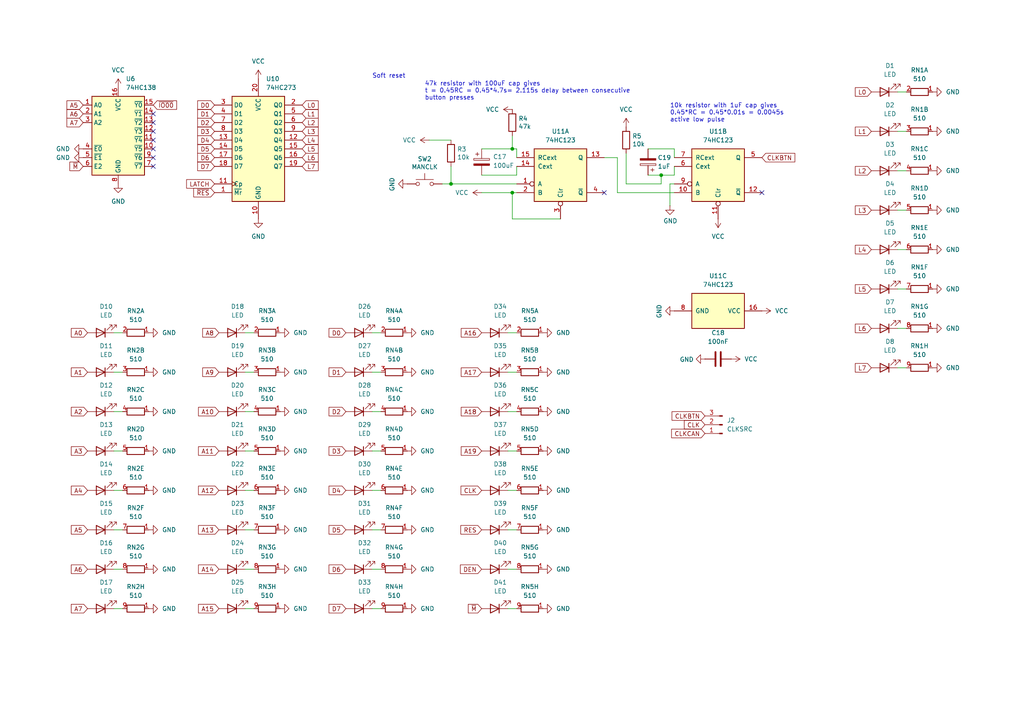
<source format=kicad_sch>
(kicad_sch (version 20250114) (generator "eeschema") (generator_version "9.0")
  (paper "A4")
  (lib_symbols
    (symbol "74xx:74HC123" (pin_names (offset 1.016))
      (property "Reference" "U" (at -7.62 8.89 0))
      (property "Value" "74HC123" (at -7.62 -8.89 0))
      (symbol "74HC123_1_0"
        (pin input line (at -12.7 5.08 0) (length 5.08) (name "RCext") (number "15"))
        (pin input line (at -12.7 2.54 0) (length 5.08) (name "Cext") (number "14"))
        (pin input inverted (at -12.7 -2.54 0) (length 5.08) (name "A") (number "1"))
        (pin input line (at -12.7 -5.08 0) (length 5.08) (name "B") (number "2"))
        (pin input inverted (at 0 -12.7 90) (length 5.08) (name "Clr") (number "3"))
        (pin output line (at 12.7 5.08 180) (length 5.08) (name "Q") (number "13"))
        (pin output line (at 12.7 -5.08 180) (length 5.08) (name "~{Q}") (number "4"))
      )
      (symbol "74HC123_2_0"
        (pin input line (at -12.7 5.08 0) (length 5.08) (name "RCext") (number "7"))
        (pin input line (at -12.7 2.54 0) (length 5.08) (name "Cext") (number "6"))
        (pin input inverted (at -12.7 -2.54 0) (length 5.08) (name "A") (number "9"))
        (pin input line (at -12.7 -5.08 0) (length 5.08) (name "B") (number "10"))
        (pin input inverted (at 0 -12.7 90) (length 5.08) (name "Clr") (number "11"))
        (pin output line (at 12.7 5.08 180) (length 5.08) (name "Q") (number "5"))
        (pin output line (at 12.7 -5.08 180) (length 5.08) (name "~{Q}") (number "12"))
      )
      (symbol "74HC123_3_0"
        (pin power_in line (at 0 12.7 270) (length 5.08) (name "VCC") (number "16"))
        (pin power_in line (at 0 -12.7 90) (length 5.08) (name "GND") (number "8"))
      )
    )
    (symbol "74xx:74HC138"
      (property "Reference" "U" (at -7.62 13.97 0))
      (property "Value" "74HC138" (at 2.54 -11.43 0))
      (symbol "74HC138_1_1"
        (pin input line (at -10.16 10.16 0) (length 2.54) (name "A0") (number "1"))
        (pin input line (at -10.16 7.62 0) (length 2.54) (name "A1") (number "2"))
        (pin input line (at -10.16 5.08 0) (length 2.54) (name "A2") (number "3"))
        (pin input line (at -10.16 -2.54 0) (length 2.54) (name "~{E0}") (number "4"))
        (pin input line (at -10.16 -5.08 0) (length 2.54) (name "~{E1}") (number "5"))
        (pin input line (at -10.16 -7.62 0) (length 2.54) (name "E2") (number "6"))
        (pin power_in line (at 0 15.24 270) (length 2.54) (name "VCC") (number "16"))
        (pin power_in line (at 0 -12.7 90) (length 2.54) (name "GND") (number "8"))
        (pin output line (at 10.16 10.16 180) (length 2.54) (name "~{Y0}") (number "15"))
        (pin output line (at 10.16 7.62 180) (length 2.54) (name "~{Y1}") (number "14"))
        (pin output line (at 10.16 5.08 180) (length 2.54) (name "~{Y2}") (number "13"))
        (pin output line (at 10.16 2.54 180) (length 2.54) (name "~{Y3}") (number "12"))
        (pin output line (at 10.16 0 180) (length 2.54) (name "~{Y4}") (number "11"))
        (pin output line (at 10.16 -2.54 180) (length 2.54) (name "~{Y5}") (number "10"))
        (pin output line (at 10.16 -5.08 180) (length 2.54) (name "~{Y6}") (number "9"))
        (pin output line (at 10.16 -7.62 180) (length 2.54) (name "~{Y7}") (number "7"))
      )
    )
    (symbol "74xx:74HC273"
      (property "Reference" "U" (at -7.62 16.51 0))
      (property "Value" "74HC273" (at -7.62 -16.51 0))
      (symbol "74HC273_1_0"
        (pin input line (at -12.7 12.7 0) (length 5.08) (name "D0") (number "3"))
        (pin input line (at -12.7 10.16 0) (length 5.08) (name "D1") (number "4"))
        (pin input line (at -12.7 7.62 0) (length 5.08) (name "D2") (number "7"))
        (pin input line (at -12.7 5.08 0) (length 5.08) (name "D3") (number "8"))
        (pin input line (at -12.7 2.54 0) (length 5.08) (name "D4") (number "13"))
        (pin input line (at -12.7 0 0) (length 5.08) (name "D5") (number "14"))
        (pin input line (at -12.7 -2.54 0) (length 5.08) (name "D6") (number "17"))
        (pin input line (at -12.7 -5.08 0) (length 5.08) (name "D7") (number "18"))
        (pin input clock (at -12.7 -10.16 0) (length 5.08) (name "Cp") (number "11"))
        (pin input line (at -12.7 -12.7 0) (length 5.08) (name "~{Mr}") (number "1"))
        (pin power_in line (at 0 20.32 270) (length 5.08) (name "VCC") (number "20"))
        (pin power_in line (at 0 -20.32 90) (length 5.08) (name "GND") (number "10"))
        (pin output line (at 12.7 12.7 180) (length 5.08) (name "Q0") (number "2"))
        (pin output line (at 12.7 10.16 180) (length 5.08) (name "Q1") (number "5"))
        (pin output line (at 12.7 7.62 180) (length 5.08) (name "Q2") (number "6"))
        (pin output line (at 12.7 5.08 180) (length 5.08) (name "Q3") (number "9"))
        (pin output line (at 12.7 2.54 180) (length 5.08) (name "Q4") (number "12"))
        (pin output line (at 12.7 0 180) (length 5.08) (name "Q5") (number "15"))
        (pin output line (at 12.7 -2.54 180) (length 5.08) (name "Q6") (number "16"))
        (pin output line (at 12.7 -5.08 180) (length 5.08) (name "Q7") (number "19"))
      )
    )
    (symbol "Connector:Conn_01x03_Pin" (pin_names (offset 1.016) (hide yes))
      (property "Reference" "J" (at 0 5.08 0))
      (property "Value" "Conn_01x03_Pin" (at 0 -5.08 0))
      (symbol "Conn_01x03_Pin_1_1"
        (pin passive line (at 5.08 2.54 180) (length 3.81) (name "Pin_1") (number "1"))
        (pin passive line (at 5.08 0 180) (length 3.81) (name "Pin_2") (number "2"))
        (pin passive line (at 5.08 -2.54 180) (length 3.81) (name "Pin_3") (number "3"))
      )
    )
    (symbol "Device:C" (pin_numbers (hide yes)) (pin_names (offset 0.254))
      (property "Reference" "C" (at 0.635 2.54 0))
      (property "Value" "C" (at 0.635 -2.54 0))
      (symbol "C_1_1"
        (pin passive line (at 0 3.81 270) (length 2.794) (name "~") (number "1"))
        (pin passive line (at 0 -3.81 90) (length 2.794) (name "~") (number "2"))
      )
    )
    (symbol "Device:C_Polarized" (pin_numbers (hide yes)) (pin_names (offset 0.254))
      (property "Reference" "C" (at 0.635 2.54 0))
      (property "Value" "C_Polarized" (at 0.635 -2.54 0))
      (symbol "C_Polarized_1_1"
        (pin passive line (at 0 3.81 270) (length 2.794) (name "~") (number "1"))
        (pin passive line (at 0 -3.81 90) (length 2.794) (name "~") (number "2"))
      )
    )
    (symbol "Device:LED" (pin_numbers (hide yes)) (pin_names (offset 1.016) (hide yes))
      (property "Reference" "D" (at 0 2.54 0))
      (property "Value" "LED" (at 0 -2.54 0))
      (symbol "LED_1_1"
        (pin passive line (at -3.81 0 0) (length 2.54) (name "K") (number "1"))
        (pin passive line (at 3.81 0 180) (length 2.54) (name "A") (number "2"))
      )
    )
    (symbol "Device:R" (pin_numbers (hide yes)) (pin_names (offset 0))
      (property "Reference" "R" (at 2.032 0 90))
      (property "Value" "R" (at 0 0 90))
      (symbol "R_1_1"
        (pin passive line (at 0 3.81 270) (length 1.27) (name "~") (number "1"))
        (pin passive line (at 0 -3.81 90) (length 1.27) (name "~") (number "2"))
      )
    )
    (symbol "Device:R_Network08_Split" (pin_names (offset 0) (hide yes))
      (property "Reference" "RN" (at 2.032 0 90))
      (property "Value" "R_Network08_Split" (at 0 0 90))
      (symbol "R_Network08_Split_0_1"
        (pin passive line (at 0 3.81 270) (length 1.27) (name "R1") (number "1"))
      )
      (symbol "R_Network08_Split_1_1"
        (pin passive line (at 0 -3.81 90) (length 1.27) (name "R1.2") (number "2"))
      )
      (symbol "R_Network08_Split_2_1"
        (pin passive line (at 0 -3.81 90) (length 1.27) (name "R2.2") (number "3"))
      )
      (symbol "R_Network08_Split_3_1"
        (pin passive line (at 0 -3.81 90) (length 1.27) (name "R3.2") (number "4"))
      )
      (symbol "R_Network08_Split_4_1"
        (pin passive line (at 0 -3.81 90) (length 1.27) (name "R4.2") (number "5"))
      )
      (symbol "R_Network08_Split_5_1"
        (pin passive line (at 0 -3.81 90) (length 1.27) (name "R5.2") (number "6"))
      )
      (symbol "R_Network08_Split_6_1"
        (pin passive line (at 0 -3.81 90) (length 1.27) (name "R6.2") (number "7"))
      )
      (symbol "R_Network08_Split_7_1"
        (pin passive line (at 0 -3.81 90) (length 1.27) (name "R7.2") (number "8"))
      )
      (symbol "R_Network08_Split_8_1"
        (pin passive line (at 0 -3.81 90) (length 1.27) (name "R8.2") (number "9"))
      )
    )
    (symbol "Switch:SW_Push" (pin_numbers (hide yes)) (pin_names (offset 1.016) (hide yes))
      (property "Reference" "SW" (at 1.27 2.54 0))
      (property "Value" "SW_Push" (at 0 -1.524 0))
      (symbol "SW_Push_0_1"
        (pin passive line (at -5.08 0 0) (length 2.54) (name "1") (number "1"))
        (pin passive line (at 5.08 0 180) (length 2.54) (name "2") (number "2"))
      )
    )
    (symbol "power:GND" (power) (pin_numbers (hide yes)) (pin_names (offset 0) (hide yes))
      (property "Value" "GND" (at 0 -3.81 0))
      (symbol "GND_1_1"
        (pin power_in line (at 0 0 270) (length 0) (name "~") (number "1"))
      )
    )
    (symbol "power:VCC" (power) (pin_numbers (hide yes)) (pin_names (offset 0) (hide yes))
      (property "Value" "VCC" (at 0 3.556 0))
      (symbol "VCC_1_1"
        (pin power_in line (at 0 0 90) (length 0) (name "~") (number "1"))
      )
    )
  )
  (text "47k resistor with 100uF cap gives\nt = 0.45RC = 0.45*4.7s= 2.115s delay between consecutive\nbutton presses" (at 123.19 29.21 0) (effects (font (size 1.27 1.27)) (justify left bottom)))
  (text "10k resistor with 1uF cap gives\n0.45*RC = 0.45*0.01s = 0.0045s \nactive low pulse" (at 194.31 35.56 0) (effects (font (size 1.27 1.27)) (justify left bottom)))
  (text "Soft reset" (at 107.95 22.86 0) (effects (font (size 1.27 1.27)) (justify left bottom)))
  (junction (at 191.77 50.8))
  (junction (at 148.59 55.88))
  (junction (at 148.59 43.18))
  (junction (at 130.81 53.34))
  (no_connect (at 175.26 55.88))
  (no_connect (at 44.45 43.18))
  (no_connect (at 44.45 38.1))
  (no_connect (at 44.45 45.72))
  (no_connect (at 44.45 35.56))
  (no_connect (at 44.45 33.02))
  (no_connect (at 44.45 48.26))
  (no_connect (at 44.45 40.64))
  (no_connect (at 220.98 55.88))
  (wire (pts (xy 148.59 63.5) (xy 162.56 63.5)))
  (wire (pts (xy 262.89 49.53) (xy 260.35 49.53)))
  (wire (pts (xy 194.31 53.34) (xy 195.58 53.34)))
  (wire (pts (xy 110.49 130.81) (xy 107.95 130.81)))
  (wire (pts (xy 139.7 43.18) (xy 148.59 43.18)))
  (wire (pts (xy 262.89 60.96) (xy 260.35 60.96)))
  (wire (pts (xy 191.77 50.8) (xy 191.77 53.34)))
  (wire (pts (xy 194.31 59.69) (xy 194.31 53.34)))
  (wire (pts (xy 148.59 55.88) (xy 149.86 55.88)))
  (wire (pts (xy 128.27 53.34) (xy 130.81 53.34)))
  (wire (pts (xy 35.56 119.38) (xy 33.02 119.38)))
  (wire (pts (xy 110.49 119.38) (xy 107.95 119.38)))
  (wire (pts (xy 73.66 142.24) (xy 71.12 142.24)))
  (wire (pts (xy 73.66 176.53) (xy 71.12 176.53)))
  (wire (pts (xy 181.61 44.45) (xy 181.61 53.34)))
  (wire (pts (xy 35.56 142.24) (xy 33.02 142.24)))
  (wire (pts (xy 73.66 153.67) (xy 71.12 153.67)))
  (wire (pts (xy 262.89 95.25) (xy 260.35 95.25)))
  (wire (pts (xy 73.66 119.38) (xy 71.12 119.38)))
  (wire (pts (xy 124.46 40.64) (xy 130.81 40.64)))
  (wire (pts (xy 149.86 165.1) (xy 147.32 165.1)))
  (wire (pts (xy 191.77 50.8) (xy 195.58 50.8)))
  (wire (pts (xy 262.89 38.1) (xy 260.35 38.1)))
  (wire (pts (xy 262.89 72.39) (xy 260.35 72.39)))
  (wire (pts (xy 149.86 142.24) (xy 147.32 142.24)))
  (wire (pts (xy 110.49 142.24) (xy 107.95 142.24)))
  (wire (pts (xy 149.86 45.72) (xy 149.86 43.18)))
  (wire (pts (xy 149.86 50.8) (xy 149.86 48.26)))
  (wire (pts (xy 149.86 119.38) (xy 147.32 119.38)))
  (wire (pts (xy 110.49 107.95) (xy 107.95 107.95)))
  (wire (pts (xy 149.86 96.52) (xy 147.32 96.52)))
  (wire (pts (xy 179.07 45.72) (xy 175.26 45.72)))
  (wire (pts (xy 130.81 53.34) (xy 149.86 53.34)))
  (wire (pts (xy 149.86 153.67) (xy 147.32 153.67)))
  (wire (pts (xy 35.56 107.95) (xy 33.02 107.95)))
  (wire (pts (xy 110.49 165.1) (xy 107.95 165.1)))
  (wire (pts (xy 148.59 39.37) (xy 148.59 43.18)))
  (wire (pts (xy 181.61 53.34) (xy 191.77 53.34)))
  (wire (pts (xy 179.07 55.88) (xy 179.07 45.72)))
  (wire (pts (xy 149.86 130.81) (xy 147.32 130.81)))
  (wire (pts (xy 35.56 96.52) (xy 33.02 96.52)))
  (wire (pts (xy 195.58 43.18) (xy 187.96 43.18)))
  (wire (pts (xy 130.81 48.26) (xy 130.81 53.34)))
  (wire (pts (xy 35.56 153.67) (xy 33.02 153.67)))
  (wire (pts (xy 149.86 107.95) (xy 147.32 107.95)))
  (wire (pts (xy 148.59 55.88) (xy 148.59 63.5)))
  (wire (pts (xy 179.07 55.88) (xy 195.58 55.88)))
  (wire (pts (xy 187.96 50.8) (xy 191.77 50.8)))
  (wire (pts (xy 110.49 96.52) (xy 107.95 96.52)))
  (wire (pts (xy 149.86 176.53) (xy 147.32 176.53)))
  (wire (pts (xy 195.58 50.8) (xy 195.58 48.26)))
  (wire (pts (xy 73.66 96.52) (xy 71.12 96.52)))
  (wire (pts (xy 73.66 107.95) (xy 71.12 107.95)))
  (wire (pts (xy 35.56 176.53) (xy 33.02 176.53)))
  (wire (pts (xy 139.7 50.8) (xy 149.86 50.8)))
  (wire (pts (xy 262.89 106.68) (xy 260.35 106.68)))
  (wire (pts (xy 35.56 165.1) (xy 33.02 165.1)))
  (wire (pts (xy 195.58 45.72) (xy 195.58 43.18)))
  (wire (pts (xy 73.66 130.81) (xy 71.12 130.81)))
  (wire (pts (xy 110.49 153.67) (xy 107.95 153.67)))
  (wire (pts (xy 149.86 43.18) (xy 148.59 43.18)))
  (wire (pts (xy 139.7 55.88) (xy 148.59 55.88)))
  (wire (pts (xy 262.89 26.67) (xy 260.35 26.67)))
  (wire (pts (xy 110.49 176.53) (xy 107.95 176.53)))
  (wire (pts (xy 262.89 83.82) (xy 260.35 83.82)))
  (wire (pts (xy 35.56 130.81) (xy 33.02 130.81)))
  (wire (pts (xy 73.66 165.1) (xy 71.12 165.1)))
  (global_label "A13" (shape input) (at 63.5 153.67 180) (property "Intersheetrefs" "${INTERSHEET_REFS}" (effects (hide yes))))
  (global_label "CLKBTN" (shape input) (at 220.98 45.72 0) (property "Intersheetrefs" "${INTERSHEET_REFS}" (effects (hide yes))))
  (global_label "D0" (shape input) (at 62.23 30.48 180) (property "Intersheetrefs" "${INTERSHEET_REFS}" (effects (hide yes))))
  (global_label "D2" (shape input) (at 100.33 119.38 180) (property "Intersheetrefs" "${INTERSHEET_REFS}" (effects (hide yes))))
  (global_label "A12" (shape input) (at 63.5 142.24 180) (property "Intersheetrefs" "${INTERSHEET_REFS}" (effects (hide yes))))
  (global_label "L4" (shape input) (at 87.63 40.64 0) (property "Intersheetrefs" "${INTERSHEET_REFS}" (effects (hide yes))))
  (global_label "~{IO00}" (shape input) (at 44.45 30.48 0) (property "Intersheetrefs" "${INTERSHEET_REFS}" (effects (hide yes))))
  (global_label "D6" (shape input) (at 100.33 165.1 180) (property "Intersheetrefs" "${INTERSHEET_REFS}" (effects (hide yes))))
  (global_label "A15" (shape input) (at 63.5 176.53 180) (property "Intersheetrefs" "${INTERSHEET_REFS}" (effects (hide yes))))
  (global_label "A16" (shape input) (at 139.7 96.52 180) (property "Intersheetrefs" "${INTERSHEET_REFS}" (effects (hide yes))))
  (global_label "A6" (shape input) (at 25.4 165.1 180) (property "Intersheetrefs" "${INTERSHEET_REFS}" (effects (hide yes))))
  (global_label "D3" (shape input) (at 62.23 38.1 180) (property "Intersheetrefs" "${INTERSHEET_REFS}" (effects (hide yes))))
  (global_label "D1" (shape input) (at 62.23 33.02 180) (property "Intersheetrefs" "${INTERSHEET_REFS}" (effects (hide yes))))
  (global_label "D6" (shape input) (at 62.23 45.72 180) (property "Intersheetrefs" "${INTERSHEET_REFS}" (effects (hide yes))))
  (global_label "D4" (shape input) (at 62.23 40.64 180) (property "Intersheetrefs" "${INTERSHEET_REFS}" (effects (hide yes))))
  (global_label "L3" (shape input) (at 252.73 60.96 180) (property "Intersheetrefs" "${INTERSHEET_REFS}" (effects (hide yes))))
  (global_label "L2" (shape input) (at 87.63 35.56 0) (property "Intersheetrefs" "${INTERSHEET_REFS}" (effects (hide yes))))
  (global_label "L4" (shape input) (at 252.73 72.39 180) (property "Intersheetrefs" "${INTERSHEET_REFS}" (effects (hide yes))))
  (global_label "L2" (shape input) (at 252.73 49.53 180) (property "Intersheetrefs" "${INTERSHEET_REFS}" (effects (hide yes))))
  (global_label "CLK" (shape input) (at 204.47 123.19 180) (property "Intersheetrefs" "${INTERSHEET_REFS}" (effects (hide yes))))
  (global_label "CLKCAN" (shape input) (at 204.47 125.73 180) (property "Intersheetrefs" "${INTERSHEET_REFS}" (effects (hide yes))))
  (global_label "A5" (shape input) (at 25.4 153.67 180) (property "Intersheetrefs" "${INTERSHEET_REFS}" (effects (hide yes))))
  (global_label "DEN" (shape input) (at 139.7 165.1 180) (property "Intersheetrefs" "${INTERSHEET_REFS}" (effects (hide yes))))
  (global_label "RES" (shape input) (at 139.7 153.67 180) (property "Intersheetrefs" "${INTERSHEET_REFS}" (effects (hide yes))))
  (global_label "L6" (shape input) (at 87.63 45.72 0) (property "Intersheetrefs" "${INTERSHEET_REFS}" (effects (hide yes))))
  (global_label "A6" (shape input) (at 24.13 33.02 180) (property "Intersheetrefs" "${INTERSHEET_REFS}" (effects (hide yes))))
  (global_label "A17" (shape input) (at 139.7 107.95 180) (property "Intersheetrefs" "${INTERSHEET_REFS}" (effects (hide yes))))
  (global_label "A2" (shape input) (at 25.4 119.38 180) (property "Intersheetrefs" "${INTERSHEET_REFS}" (effects (hide yes))))
  (global_label "A10" (shape input) (at 63.5 119.38 180) (property "Intersheetrefs" "${INTERSHEET_REFS}" (effects (hide yes))))
  (global_label "A8" (shape input) (at 63.5 96.52 180) (property "Intersheetrefs" "${INTERSHEET_REFS}" (effects (hide yes))))
  (global_label "A18" (shape input) (at 139.7 119.38 180) (property "Intersheetrefs" "${INTERSHEET_REFS}" (effects (hide yes))))
  (global_label "D4" (shape input) (at 100.33 142.24 180) (property "Intersheetrefs" "${INTERSHEET_REFS}" (effects (hide yes))))
  (global_label "~{RES}" (shape input) (at 62.23 55.88 180) (property "Intersheetrefs" "${INTERSHEET_REFS}" (effects (hide yes))))
  (global_label "L7" (shape input) (at 87.63 48.26 0) (property "Intersheetrefs" "${INTERSHEET_REFS}" (effects (hide yes))))
  (global_label "A9" (shape input) (at 63.5 107.95 180) (property "Intersheetrefs" "${INTERSHEET_REFS}" (effects (hide yes))))
  (global_label "L1" (shape input) (at 252.73 38.1 180) (property "Intersheetrefs" "${INTERSHEET_REFS}" (effects (hide yes))))
  (global_label "A1" (shape input) (at 25.4 107.95 180) (property "Intersheetrefs" "${INTERSHEET_REFS}" (effects (hide yes))))
  (global_label "~{M}" (shape input) (at 139.7 176.53 180) (property "Intersheetrefs" "${INTERSHEET_REFS}" (effects (hide yes))))
  (global_label "A0" (shape input) (at 25.4 96.52 180) (property "Intersheetrefs" "${INTERSHEET_REFS}" (effects (hide yes))))
  (global_label "D1" (shape input) (at 100.33 107.95 180) (property "Intersheetrefs" "${INTERSHEET_REFS}" (effects (hide yes))))
  (global_label "A19" (shape input) (at 139.7 130.81 180) (property "Intersheetrefs" "${INTERSHEET_REFS}" (effects (hide yes))))
  (global_label "D7" (shape input) (at 62.23 48.26 180) (property "Intersheetrefs" "${INTERSHEET_REFS}" (effects (hide yes))))
  (global_label "L5" (shape input) (at 252.73 83.82 180) (property "Intersheetrefs" "${INTERSHEET_REFS}" (effects (hide yes))))
  (global_label "L0" (shape input) (at 87.63 30.48 0) (property "Intersheetrefs" "${INTERSHEET_REFS}" (effects (hide yes))))
  (global_label "~{M}" (shape input) (at 24.13 48.26 180) (property "Intersheetrefs" "${INTERSHEET_REFS}" (effects (hide yes))))
  (global_label "A7" (shape input) (at 24.13 35.56 180) (property "Intersheetrefs" "${INTERSHEET_REFS}" (effects (hide yes))))
  (global_label "LATCH" (shape input) (at 62.23 53.34 180) (property "Intersheetrefs" "${INTERSHEET_REFS}" (effects (hide yes))))
  (global_label "A14" (shape input) (at 63.5 165.1 180) (property "Intersheetrefs" "${INTERSHEET_REFS}" (effects (hide yes))))
  (global_label "D7" (shape input) (at 100.33 176.53 180) (property "Intersheetrefs" "${INTERSHEET_REFS}" (effects (hide yes))))
  (global_label "L7" (shape input) (at 252.73 106.68 180) (property "Intersheetrefs" "${INTERSHEET_REFS}" (effects (hide yes))))
  (global_label "D5" (shape input) (at 100.33 153.67 180) (property "Intersheetrefs" "${INTERSHEET_REFS}" (effects (hide yes))))
  (global_label "A4" (shape input) (at 25.4 142.24 180) (property "Intersheetrefs" "${INTERSHEET_REFS}" (effects (hide yes))))
  (global_label "L1" (shape input) (at 87.63 33.02 0) (property "Intersheetrefs" "${INTERSHEET_REFS}" (effects (hide yes))))
  (global_label "D3" (shape input) (at 100.33 130.81 180) (property "Intersheetrefs" "${INTERSHEET_REFS}" (effects (hide yes))))
  (global_label "L0" (shape input) (at 252.73 26.67 180) (property "Intersheetrefs" "${INTERSHEET_REFS}" (effects (hide yes))))
  (global_label "CLKBTN" (shape input) (at 204.47 120.65 180) (property "Intersheetrefs" "${INTERSHEET_REFS}" (effects (hide yes))))
  (global_label "D0" (shape input) (at 100.33 96.52 180) (property "Intersheetrefs" "${INTERSHEET_REFS}" (effects (hide yes))))
  (global_label "A7" (shape input) (at 25.4 176.53 180) (property "Intersheetrefs" "${INTERSHEET_REFS}" (effects (hide yes))))
  (global_label "L3" (shape input) (at 87.63 38.1 0) (property "Intersheetrefs" "${INTERSHEET_REFS}" (effects (hide yes))))
  (global_label "A5" (shape input) (at 24.13 30.48 180) (property "Intersheetrefs" "${INTERSHEET_REFS}" (effects (hide yes))))
  (global_label "L6" (shape input) (at 252.73 95.25 180) (property "Intersheetrefs" "${INTERSHEET_REFS}" (effects (hide yes))))
  (global_label "D2" (shape input) (at 62.23 35.56 180) (property "Intersheetrefs" "${INTERSHEET_REFS}" (effects (hide yes))))
  (global_label "L5" (shape input) (at 87.63 43.18 0) (property "Intersheetrefs" "${INTERSHEET_REFS}" (effects (hide yes))))
  (global_label "A11" (shape input) (at 63.5 130.81 180) (property "Intersheetrefs" "${INTERSHEET_REFS}" (effects (hide yes))))
  (global_label "A3" (shape input) (at 25.4 130.81 180) (property "Intersheetrefs" "${INTERSHEET_REFS}" (effects (hide yes))))
  (global_label "CLK" (shape input) (at 139.7 142.24 180) (property "Intersheetrefs" "${INTERSHEET_REFS}" (effects (hide yes))))
  (global_label "D5" (shape input) (at 62.23 43.18 180) (property "Intersheetrefs" "${INTERSHEET_REFS}" (effects (hide yes))))
  (symbol (lib_id "Device:R") (at 181.61 40.64 180) (unit 1)
    (property "Reference" "R5" (at 183.388 39.4716 0) (effects (justify right)))
    (property "Value" "10k" (at 183.388 41.783 0) (effects (justify right)))
    (property "Footprint" "Resistor_THT:R_Axial_DIN0207_L6.3mm_D2.5mm_P7.62mm_Horizontal" (effects (hide yes)))
    (property "Description" "Resistor" (effects (hide yes)))
  )
  (symbol (lib_id "power:GND") (at 270.51 26.67 90) (unit 1)
    (property "Reference" "#PWR046" (effects (hide yes)))
    (property "Value" "GND" (at 274.32 26.6699 90) (effects (justify right)))
    (property "Description" "Power symbol creates a global label with name \"GND\" , ground" (effects (hide yes)))
  )
  (symbol (lib_id "Device:LED") (at 104.14 165.1 180) (unit 1)
    (property "Reference" "D32" (at 105.7275 157.48 0))
    (property "Value" "LED" (at 105.7275 160.02 0))
    (property "Footprint" "LED_THT:LED_D5.0mm" (effects (hide yes)))
    (property "Description" "Light emitting diode" (effects (hide yes)))
    (property "Sim.Pins" "1=K 2=A" (effects (hide yes)))
  )
  (symbol (lib_id "Device:R_Network08_Split") (at 39.37 119.38 270) (unit 3)
    (property "Reference" "RN2" (at 39.37 113.03 90))
    (property "Value" "510" (at 39.37 115.57 90))
    (property "Footprint" "Resistor_THT:R_Array_SIP9" (effects (hide yes)))
    (property "Datasheet" "http://www.vishay.com/docs/31509/csc.pdf" (effects (hide yes)))
    (property "Description" "8 resistor network, star topology, bussed resistors, split" (effects (hide yes)))
  )
  (symbol (lib_id "Device:LED") (at 143.51 142.24 180) (unit 1)
    (property "Reference" "D38" (at 145.0975 134.62 0))
    (property "Value" "LED" (at 145.0975 137.16 0))
    (property "Footprint" "LED_THT:LED_D5.0mm" (effects (hide yes)))
    (property "Description" "Light emitting diode" (effects (hide yes)))
    (property "Sim.Pins" "1=K 2=A" (effects (hide yes)))
  )
  (symbol (lib_id "power:GND") (at 118.11 165.1 90) (unit 1)
    (property "Reference" "#PWR0105" (effects (hide yes)))
    (property "Value" "GND" (at 121.92 165.0999 90) (effects (justify right)))
    (property "Description" "Power symbol creates a global label with name \"GND\" , ground" (effects (hide yes)))
  )
  (symbol (lib_id "Device:R_Network08_Split") (at 266.7 49.53 270) (unit 3)
    (property "Reference" "RN1" (at 266.7 43.18 90))
    (property "Value" "510" (at 266.7 45.72 90))
    (property "Footprint" "Resistor_THT:R_Array_SIP9" (effects (hide yes)))
    (property "Datasheet" "http://www.vishay.com/docs/31509/csc.pdf" (effects (hide yes)))
    (property "Description" "8 resistor network, star topology, bussed resistors, split" (effects (hide yes)))
  )
  (symbol (lib_id "power:VCC") (at 148.59 31.75 90) (unit 1)
    (property "Reference" "#PWR0118" (effects (hide yes)))
    (property "Value" "VCC" (at 144.78 31.7499 90) (effects (justify left)))
    (property "Description" "Power symbol creates a global label with name \"VCC\"" (effects (hide yes)))
  )
  (symbol (lib_id "power:GND") (at 270.51 38.1 90) (unit 1)
    (property "Reference" "#PWR047" (effects (hide yes)))
    (property "Value" "GND" (at 274.32 38.0999 90) (effects (justify right)))
    (property "Description" "Power symbol creates a global label with name \"GND\" , ground" (effects (hide yes)))
  )
  (symbol (lib_id "power:VCC") (at 220.98 90.17 270) (unit 1)
    (property "Reference" "#PWR0122" (effects (hide yes)))
    (property "Value" "VCC" (at 224.79 90.1699 90) (effects (justify left)))
    (property "Description" "Power symbol creates a global label with name \"VCC\"" (effects (hide yes)))
  )
  (symbol (lib_id "power:GND") (at 157.48 130.81 90) (unit 1)
    (property "Reference" "#PWR0110" (effects (hide yes)))
    (property "Value" "GND" (at 161.29 130.8099 90) (effects (justify right)))
    (property "Description" "Power symbol creates a global label with name \"GND\" , ground" (effects (hide yes)))
  )
  (symbol (lib_id "Device:LED") (at 67.31 142.24 180) (unit 1)
    (property "Reference" "D22" (at 68.8975 134.62 0))
    (property "Value" "LED" (at 68.8975 137.16 0))
    (property "Footprint" "LED_THT:LED_D5.0mm" (effects (hide yes)))
    (property "Description" "Light emitting diode" (effects (hide yes)))
    (property "Sim.Pins" "1=K 2=A" (effects (hide yes)))
  )
  (symbol (lib_id "power:VCC") (at 139.7 55.88 90) (unit 1)
    (property "Reference" "#PWR0117" (effects (hide yes)))
    (property "Value" "VCC" (at 135.89 55.8799 90) (effects (justify left)))
    (property "Description" "Power symbol creates a global label with name \"VCC\"" (effects (hide yes)))
  )
  (symbol (lib_id "Device:LED") (at 143.51 165.1 180) (unit 1)
    (property "Reference" "D40" (at 145.0975 157.48 0))
    (property "Value" "LED" (at 145.0975 160.02 0))
    (property "Footprint" "LED_THT:LED_D5.0mm" (effects (hide yes)))
    (property "Description" "Light emitting diode" (effects (hide yes)))
    (property "Sim.Pins" "1=K 2=A" (effects (hide yes)))
  )
  (symbol (lib_id "Device:LED") (at 143.51 119.38 180) (unit 1)
    (property "Reference" "D36" (at 145.0975 111.76 0))
    (property "Value" "LED" (at 145.0975 114.3 0))
    (property "Footprint" "LED_THT:LED_D5.0mm" (effects (hide yes)))
    (property "Description" "Light emitting diode" (effects (hide yes)))
    (property "Sim.Pins" "1=K 2=A" (effects (hide yes)))
  )
  (symbol (lib_id "power:GND") (at 157.48 176.53 90) (unit 1)
    (property "Reference" "#PWR0114" (effects (hide yes)))
    (property "Value" "GND" (at 161.29 176.5299 90) (effects (justify right)))
    (property "Description" "Power symbol creates a global label with name \"GND\" , ground" (effects (hide yes)))
  )
  (symbol (lib_id "Device:LED") (at 256.54 72.39 180) (unit 1)
    (property "Reference" "D5" (at 258.1275 64.77 0))
    (property "Value" "LED" (at 258.1275 67.31 0))
    (property "Footprint" "LED_THT:LED_D5.0mm" (effects (hide yes)))
    (property "Description" "Light emitting diode" (effects (hide yes)))
    (property "Sim.Pins" "1=K 2=A" (effects (hide yes)))
  )
  (symbol (lib_id "power:GND") (at 81.28 142.24 90) (unit 1)
    (property "Reference" "#PWR095" (effects (hide yes)))
    (property "Value" "GND" (at 85.09 142.2399 90) (effects (justify right)))
    (property "Description" "Power symbol creates a global label with name \"GND\" , ground" (effects (hide yes)))
  )
  (symbol (lib_id "Device:R_Network08_Split") (at 153.67 119.38 270) (unit 3)
    (property "Reference" "RN5" (at 153.67 113.03 90))
    (property "Value" "510" (at 153.67 115.57 90))
    (property "Footprint" "Resistor_THT:R_Array_SIP9" (effects (hide yes)))
    (property "Datasheet" "http://www.vishay.com/docs/31509/csc.pdf" (effects (hide yes)))
    (property "Description" "8 resistor network, star topology, bussed resistors, split" (effects (hide yes)))
  )
  (symbol (lib_id "power:VCC") (at 124.46 40.64 90) (unit 1)
    (property "Reference" "#PWR0126" (effects (hide yes)))
    (property "Value" "VCC" (at 120.65 40.6399 90) (effects (justify left)))
    (property "Description" "Power symbol creates a global label with name \"VCC\"" (effects (hide yes)))
  )
  (symbol (lib_id "Device:R_Network08_Split") (at 153.67 165.1 270) (unit 7)
    (property "Reference" "RN5" (at 153.67 158.75 90))
    (property "Value" "510" (at 153.67 161.29 90))
    (property "Footprint" "Resistor_THT:R_Array_SIP9" (effects (hide yes)))
    (property "Datasheet" "http://www.vishay.com/docs/31509/csc.pdf" (effects (hide yes)))
    (property "Description" "8 resistor network, star topology, bussed resistors, split" (effects (hide yes)))
  )
  (symbol (lib_id "Device:R_Network08_Split") (at 39.37 107.95 270) (unit 2)
    (property "Reference" "RN2" (at 39.37 101.6 90))
    (property "Value" "510" (at 39.37 104.14 90))
    (property "Footprint" "Resistor_THT:R_Array_SIP9" (effects (hide yes)))
    (property "Datasheet" "http://www.vishay.com/docs/31509/csc.pdf" (effects (hide yes)))
    (property "Description" "8 resistor network, star topology, bussed resistors, split" (effects (hide yes)))
  )
  (symbol (lib_id "Device:LED") (at 67.31 153.67 180) (unit 1)
    (property "Reference" "D23" (at 68.8975 146.05 0))
    (property "Value" "LED" (at 68.8975 148.59 0))
    (property "Footprint" "LED_THT:LED_D5.0mm" (effects (hide yes)))
    (property "Description" "Light emitting diode" (effects (hide yes)))
    (property "Sim.Pins" "1=K 2=A" (effects (hide yes)))
  )
  (symbol (lib_id "power:GND") (at 118.11 176.53 90) (unit 1)
    (property "Reference" "#PWR0106" (effects (hide yes)))
    (property "Value" "GND" (at 121.92 176.5299 90) (effects (justify right)))
    (property "Description" "Power symbol creates a global label with name \"GND\" , ground" (effects (hide yes)))
  )
  (symbol (lib_id "Device:LED") (at 67.31 107.95 180) (unit 1)
    (property "Reference" "D19" (at 68.8975 100.33 0))
    (property "Value" "LED" (at 68.8975 102.87 0))
    (property "Footprint" "LED_THT:LED_D5.0mm" (effects (hide yes)))
    (property "Description" "Light emitting diode" (effects (hide yes)))
    (property "Sim.Pins" "1=K 2=A" (effects (hide yes)))
  )
  (symbol (lib_id "Device:LED") (at 104.14 130.81 180) (unit 1)
    (property "Reference" "D29" (at 105.7275 123.19 0))
    (property "Value" "LED" (at 105.7275 125.73 0))
    (property "Footprint" "LED_THT:LED_D5.0mm" (effects (hide yes)))
    (property "Description" "Light emitting diode" (effects (hide yes)))
    (property "Sim.Pins" "1=K 2=A" (effects (hide yes)))
  )
  (symbol (lib_id "Device:R_Network08_Split") (at 114.3 142.24 270) (unit 5)
    (property "Reference" "RN4" (at 114.3 135.89 90))
    (property "Value" "510" (at 114.3 138.43 90))
    (property "Footprint" "Resistor_THT:R_Array_SIP9" (effects (hide yes)))
    (property "Datasheet" "http://www.vishay.com/docs/31509/csc.pdf" (effects (hide yes)))
    (property "Description" "8 resistor network, star topology, bussed resistors, split" (effects (hide yes)))
  )
  (symbol (lib_id "power:GND") (at 43.18 107.95 90) (unit 1)
    (property "Reference" "#PWR084" (effects (hide yes)))
    (property "Value" "GND" (at 46.99 107.9499 90) (effects (justify right)))
    (property "Description" "Power symbol creates a global label with name \"GND\" , ground" (effects (hide yes)))
  )
  (symbol (lib_id "power:VCC") (at 74.93 22.86 0) (unit 1)
    (property "Reference" "#PWR042" (effects (hide yes)))
    (property "Value" "VCC" (at 74.93 17.78 0))
    (property "Description" "Power symbol creates a global label with name \"VCC\"" (effects (hide yes)))
  )
  (symbol (lib_id "power:GND") (at 118.11 153.67 90) (unit 1)
    (property "Reference" "#PWR0104" (effects (hide yes)))
    (property "Value" "GND" (at 121.92 153.6699 90) (effects (justify right)))
    (property "Description" "Power symbol creates a global label with name \"GND\" , ground" (effects (hide yes)))
  )
  (symbol (lib_id "power:VCC") (at 181.61 36.83 0) (unit 1)
    (property "Reference" "#PWR0123" (effects (hide yes)))
    (property "Value" "VCC" (at 181.61 31.75 0))
    (property "Description" "Power symbol creates a global label with name \"VCC\"" (effects (hide yes)))
  )
  (symbol (lib_id "Device:LED") (at 67.31 96.52 180) (unit 1)
    (property "Reference" "D18" (at 68.8975 88.9 0))
    (property "Value" "LED" (at 68.8975 91.44 0))
    (property "Footprint" "LED_THT:LED_D5.0mm" (effects (hide yes)))
    (property "Description" "Light emitting diode" (effects (hide yes)))
    (property "Sim.Pins" "1=K 2=A" (effects (hide yes)))
  )
  (symbol (lib_id "power:GND") (at 81.28 176.53 90) (unit 1)
    (property "Reference" "#PWR098" (effects (hide yes)))
    (property "Value" "GND" (at 85.09 176.5299 90) (effects (justify right)))
    (property "Description" "Power symbol creates a global label with name \"GND\" , ground" (effects (hide yes)))
  )
  (symbol (lib_id "Device:R_Network08_Split") (at 77.47 96.52 270) (unit 1)
    (property "Reference" "RN3" (at 77.47 90.17 90))
    (property "Value" "510" (at 77.47 92.71 90))
    (property "Footprint" "Resistor_THT:R_Array_SIP9" (effects (hide yes)))
    (property "Datasheet" "http://www.vishay.com/docs/31509/csc.pdf" (effects (hide yes)))
    (property "Description" "8 resistor network, star topology, bussed resistors, split" (effects (hide yes)))
  )
  (symbol (lib_id "Device:R") (at 130.81 44.45 0) (unit 1)
    (property "Reference" "R3" (at 132.588 43.2816 0) (effects (justify left)))
    (property "Value" "10k" (at 132.588 45.593 0) (effects (justify left)))
    (property "Footprint" "Resistor_THT:R_Axial_DIN0207_L6.3mm_D2.5mm_P7.62mm_Horizontal" (effects (hide yes)))
    (property "Description" "Resistor" (effects (hide yes)))
  )
  (symbol (lib_id "power:GND") (at 204.47 104.14 270) (unit 1)
    (property "Reference" "#PWR0120" (effects (hide yes)))
    (property "Value" "GND" (at 201.2188 104.267 90) (effects (justify right)))
    (property "Description" "Power symbol creates a global label with name \"GND\" , ground" (effects (hide yes)))
  )
  (symbol (lib_id "Device:R_Network08_Split") (at 266.7 83.82 270) (unit 6)
    (property "Reference" "RN1" (at 266.7 77.47 90))
    (property "Value" "510" (at 266.7 80.01 90))
    (property "Footprint" "Resistor_THT:R_Array_SIP9" (effects (hide yes)))
    (property "Datasheet" "http://www.vishay.com/docs/31509/csc.pdf" (effects (hide yes)))
    (property "Description" "8 resistor network, star topology, bussed resistors, split" (effects (hide yes)))
  )
  (symbol (lib_id "Device:R_Network08_Split") (at 114.3 119.38 270) (unit 3)
    (property "Reference" "RN4" (at 114.3 113.03 90))
    (property "Value" "510" (at 114.3 115.57 90))
    (property "Footprint" "Resistor_THT:R_Array_SIP9" (effects (hide yes)))
    (property "Datasheet" "http://www.vishay.com/docs/31509/csc.pdf" (effects (hide yes)))
    (property "Description" "8 resistor network, star topology, bussed resistors, split" (effects (hide yes)))
  )
  (symbol (lib_id "Device:R_Network08_Split") (at 266.7 72.39 270) (unit 5)
    (property "Reference" "RN1" (at 266.7 66.04 90))
    (property "Value" "510" (at 266.7 68.58 90))
    (property "Footprint" "Resistor_THT:R_Array_SIP9" (effects (hide yes)))
    (property "Datasheet" "http://www.vishay.com/docs/31509/csc.pdf" (effects (hide yes)))
    (property "Description" "8 resistor network, star topology, bussed resistors, split" (effects (hide yes)))
  )
  (symbol (lib_id "power:GND") (at 270.51 95.25 90) (unit 1)
    (property "Reference" "#PWR052" (effects (hide yes)))
    (property "Value" "GND" (at 274.32 95.2499 90) (effects (justify right)))
    (property "Description" "Power symbol creates a global label with name \"GND\" , ground" (effects (hide yes)))
  )
  (symbol (lib_id "Device:LED") (at 143.51 176.53 180) (unit 1)
    (property "Reference" "D41" (at 145.0975 168.91 0))
    (property "Value" "LED" (at 145.0975 171.45 0))
    (property "Footprint" "LED_THT:LED_D5.0mm" (effects (hide yes)))
    (property "Description" "Light emitting diode" (effects (hide yes)))
    (property "Sim.Pins" "1=K 2=A" (effects (hide yes)))
  )
  (symbol (lib_id "power:GND") (at 118.11 142.24 90) (unit 1)
    (property "Reference" "#PWR0103" (effects (hide yes)))
    (property "Value" "GND" (at 121.92 142.2399 90) (effects (justify right)))
    (property "Description" "Power symbol creates a global label with name \"GND\" , ground" (effects (hide yes)))
  )
  (symbol (lib_id "Device:LED") (at 29.21 130.81 180) (unit 1)
    (property "Reference" "D13" (at 30.7975 123.19 0))
    (property "Value" "LED" (at 30.7975 125.73 0))
    (property "Footprint" "LED_THT:LED_D5.0mm" (effects (hide yes)))
    (property "Description" "Light emitting diode" (effects (hide yes)))
    (property "Sim.Pins" "1=K 2=A" (effects (hide yes)))
  )
  (symbol (lib_id "Device:R_Network08_Split") (at 77.47 153.67 270) (unit 6)
    (property "Reference" "RN3" (at 77.47 147.32 90))
    (property "Value" "510" (at 77.47 149.86 90))
    (property "Footprint" "Resistor_THT:R_Array_SIP9" (effects (hide yes)))
    (property "Datasheet" "http://www.vishay.com/docs/31509/csc.pdf" (effects (hide yes)))
    (property "Description" "8 resistor network, star topology, bussed resistors, split" (effects (hide yes)))
  )
  (symbol (lib_id "Device:R_Network08_Split") (at 77.47 142.24 270) (unit 5)
    (property "Reference" "RN3" (at 77.47 135.89 90))
    (property "Value" "510" (at 77.47 138.43 90))
    (property "Footprint" "Resistor_THT:R_Array_SIP9" (effects (hide yes)))
    (property "Datasheet" "http://www.vishay.com/docs/31509/csc.pdf" (effects (hide yes)))
    (property "Description" "8 resistor network, star topology, bussed resistors, split" (effects (hide yes)))
  )
  (symbol (lib_id "Device:R_Network08_Split") (at 153.67 176.53 270) (unit 8)
    (property "Reference" "RN5" (at 153.67 170.18 90))
    (property "Value" "510" (at 153.67 172.72 90))
    (property "Footprint" "Resistor_THT:R_Array_SIP9" (effects (hide yes)))
    (property "Datasheet" "http://www.vishay.com/docs/31509/csc.pdf" (effects (hide yes)))
    (property "Description" "8 resistor network, star topology, bussed resistors, split" (effects (hide yes)))
  )
  (symbol (lib_id "power:GND") (at 24.13 45.72 270) (unit 1)
    (property "Reference" "#PWR029" (effects (hide yes)))
    (property "Value" "GND" (at 20.32 45.7199 90) (effects (justify right)))
    (property "Description" "Power symbol creates a global label with name \"GND\" , ground" (effects (hide yes)))
  )
  (symbol (lib_id "power:GND") (at 81.28 119.38 90) (unit 1)
    (property "Reference" "#PWR093" (effects (hide yes)))
    (property "Value" "GND" (at 85.09 119.3799 90) (effects (justify right)))
    (property "Description" "Power symbol creates a global label with name \"GND\" , ground" (effects (hide yes)))
  )
  (symbol (lib_id "Device:R_Network08_Split") (at 114.3 165.1 270) (unit 7)
    (property "Reference" "RN4" (at 114.3 158.75 90))
    (property "Value" "510" (at 114.3 161.29 90))
    (property "Footprint" "Resistor_THT:R_Array_SIP9" (effects (hide yes)))
    (property "Datasheet" "http://www.vishay.com/docs/31509/csc.pdf" (effects (hide yes)))
    (property "Description" "8 resistor network, star topology, bussed resistors, split" (effects (hide yes)))
  )
  (symbol (lib_id "power:GND") (at 74.93 63.5 0) (unit 1)
    (property "Reference" "#PWR043" (effects (hide yes)))
    (property "Value" "GND" (at 74.93 68.58 0))
    (property "Description" "Power symbol creates a global label with name \"GND\" , ground" (effects (hide yes)))
  )
  (symbol (lib_id "Device:R_Network08_Split") (at 114.3 107.95 270) (unit 2)
    (property "Reference" "RN4" (at 114.3 101.6 90))
    (property "Value" "510" (at 114.3 104.14 90))
    (property "Footprint" "Resistor_THT:R_Array_SIP9" (effects (hide yes)))
    (property "Datasheet" "http://www.vishay.com/docs/31509/csc.pdf" (effects (hide yes)))
    (property "Description" "8 resistor network, star topology, bussed resistors, split" (effects (hide yes)))
  )
  (symbol (lib_id "Device:R_Network08_Split") (at 114.3 176.53 270) (unit 8)
    (property "Reference" "RN4" (at 114.3 170.18 90))
    (property "Value" "510" (at 114.3 172.72 90))
    (property "Footprint" "Resistor_THT:R_Array_SIP9" (effects (hide yes)))
    (property "Datasheet" "http://www.vishay.com/docs/31509/csc.pdf" (effects (hide yes)))
    (property "Description" "8 resistor network, star topology, bussed resistors, split" (effects (hide yes)))
  )
  (symbol (lib_id "Device:LED") (at 256.54 106.68 180) (unit 1)
    (property "Reference" "D8" (at 258.1275 99.06 0))
    (property "Value" "LED" (at 258.1275 101.6 0))
    (property "Footprint" "LED_THT:LED_D5.0mm" (effects (hide yes)))
    (property "Description" "Light emitting diode" (effects (hide yes)))
    (property "Sim.Pins" "1=K 2=A" (effects (hide yes)))
  )
  (symbol (lib_id "Device:R_Network08_Split") (at 77.47 130.81 270) (unit 4)
    (property "Reference" "RN3" (at 77.47 124.46 90))
    (property "Value" "510" (at 77.47 127 90))
    (property "Footprint" "Resistor_THT:R_Array_SIP9" (effects (hide yes)))
    (property "Datasheet" "http://www.vishay.com/docs/31509/csc.pdf" (effects (hide yes)))
    (property "Description" "8 resistor network, star topology, bussed resistors, split" (effects (hide yes)))
  )
  (symbol (lib_id "power:GND") (at 157.48 119.38 90) (unit 1)
    (property "Reference" "#PWR0109" (effects (hide yes)))
    (property "Value" "GND" (at 161.29 119.3799 90) (effects (justify right)))
    (property "Description" "Power symbol creates a global label with name \"GND\" , ground" (effects (hide yes)))
  )
  (symbol (lib_id "power:VCC") (at 208.28 63.5 180) (unit 1)
    (property "Reference" "#PWR0125" (effects (hide yes)))
    (property "Value" "VCC" (at 208.28 68.58 0))
    (property "Description" "Power symbol creates a global label with name \"VCC\"" (effects (hide yes)))
  )
  (symbol (lib_id "Device:LED") (at 143.51 153.67 180) (unit 1)
    (property "Reference" "D39" (at 145.0975 146.05 0))
    (property "Value" "LED" (at 145.0975 148.59 0))
    (property "Footprint" "LED_THT:LED_D5.0mm" (effects (hide yes)))
    (property "Description" "Light emitting diode" (effects (hide yes)))
    (property "Sim.Pins" "1=K 2=A" (effects (hide yes)))
  )
  (symbol (lib_id "power:GND") (at 43.18 130.81 90) (unit 1)
    (property "Reference" "#PWR086" (effects (hide yes)))
    (property "Value" "GND" (at 46.99 130.8099 90) (effects (justify right)))
    (property "Description" "Power symbol creates a global label with name \"GND\" , ground" (effects (hide yes)))
  )
  (symbol (lib_id "Device:LED") (at 104.14 142.24 180) (unit 1)
    (property "Reference" "D30" (at 105.7275 134.62 0))
    (property "Value" "LED" (at 105.7275 137.16 0))
    (property "Footprint" "LED_THT:LED_D5.0mm" (effects (hide yes)))
    (property "Description" "Light emitting diode" (effects (hide yes)))
    (property "Sim.Pins" "1=K 2=A" (effects (hide yes)))
  )
  (symbol (lib_id "Device:R_Network08_Split") (at 39.37 165.1 270) (unit 7)
    (property "Reference" "RN2" (at 39.37 158.75 90))
    (property "Value" "510" (at 39.37 161.29 90))
    (property "Footprint" "Resistor_THT:R_Array_SIP9" (effects (hide yes)))
    (property "Datasheet" "http://www.vishay.com/docs/31509/csc.pdf" (effects (hide yes)))
    (property "Description" "8 resistor network, star topology, bussed resistors, split" (effects (hide yes)))
  )
  (symbol (lib_id "power:GND") (at 34.29 53.34 0) (unit 1)
    (property "Reference" "#PWR033" (effects (hide yes)))
    (property "Value" "GND" (at 34.29 58.42 0))
    (property "Description" "Power symbol creates a global label with name \"GND\" , ground" (effects (hide yes)))
  )
  (symbol (lib_id "Device:R_Network08_Split") (at 266.7 60.96 270) (unit 4)
    (property "Reference" "RN1" (at 266.7 54.61 90))
    (property "Value" "510" (at 266.7 57.15 90))
    (property "Footprint" "Resistor_THT:R_Array_SIP9" (effects (hide yes)))
    (property "Datasheet" "http://www.vishay.com/docs/31509/csc.pdf" (effects (hide yes)))
    (property "Description" "8 resistor network, star topology, bussed resistors, split" (effects (hide yes)))
  )
  (symbol (lib_id "power:GND") (at 43.18 176.53 90) (unit 1)
    (property "Reference" "#PWR090" (effects (hide yes)))
    (property "Value" "GND" (at 46.99 176.5299 90) (effects (justify right)))
    (property "Description" "Power symbol creates a global label with name \"GND\" , ground" (effects (hide yes)))
  )
  (symbol (lib_id "Device:LED") (at 29.21 119.38 180) (unit 1)
    (property "Reference" "D12" (at 30.7975 111.76 0))
    (property "Value" "LED" (at 30.7975 114.3 0))
    (property "Footprint" "LED_THT:LED_D5.0mm" (effects (hide yes)))
    (property "Description" "Light emitting diode" (effects (hide yes)))
    (property "Sim.Pins" "1=K 2=A" (effects (hide yes)))
  )
  (symbol (lib_id "power:GND") (at 270.51 49.53 90) (unit 1)
    (property "Reference" "#PWR048" (effects (hide yes)))
    (property "Value" "GND" (at 274.32 49.5299 90) (effects (justify right)))
    (property "Description" "Power symbol creates a global label with name \"GND\" , ground" (effects (hide yes)))
  )
  (symbol (lib_id "Device:LED") (at 67.31 119.38 180) (unit 1)
    (property "Reference" "D20" (at 68.8975 111.76 0))
    (property "Value" "LED" (at 68.8975 114.3 0))
    (property "Footprint" "LED_THT:LED_D5.0mm" (effects (hide yes)))
    (property "Description" "Light emitting diode" (effects (hide yes)))
    (property "Sim.Pins" "1=K 2=A" (effects (hide yes)))
  )
  (symbol (lib_id "power:GND") (at 270.51 83.82 90) (unit 1)
    (property "Reference" "#PWR051" (effects (hide yes)))
    (property "Value" "GND" (at 274.32 83.8199 90) (effects (justify right)))
    (property "Description" "Power symbol creates a global label with name \"GND\" , ground" (effects (hide yes)))
  )
  (symbol (lib_id "Device:LED") (at 104.14 153.67 180) (unit 1)
    (property "Reference" "D31" (at 105.7275 146.05 0))
    (property "Value" "LED" (at 105.7275 148.59 0))
    (property "Footprint" "LED_THT:LED_D5.0mm" (effects (hide yes)))
    (property "Description" "Light emitting diode" (effects (hide yes)))
    (property "Sim.Pins" "1=K 2=A" (effects (hide yes)))
  )
  (symbol (lib_id "power:GND") (at 157.48 107.95 90) (unit 1)
    (property "Reference" "#PWR0108" (effects (hide yes)))
    (property "Value" "GND" (at 161.29 107.9499 90) (effects (justify right)))
    (property "Description" "Power symbol creates a global label with name \"GND\" , ground" (effects (hide yes)))
  )
  (symbol (lib_id "Device:R_Network08_Split") (at 153.67 96.52 270) (unit 1)
    (property "Reference" "RN5" (at 153.67 90.17 90))
    (property "Value" "510" (at 153.67 92.71 90))
    (property "Footprint" "Resistor_THT:R_Array_SIP9" (effects (hide yes)))
    (property "Datasheet" "http://www.vishay.com/docs/31509/csc.pdf" (effects (hide yes)))
    (property "Description" "8 resistor network, star topology, bussed resistors, split" (effects (hide yes)))
  )
  (symbol (lib_id "power:GND") (at 43.18 96.52 90) (unit 1)
    (property "Reference" "#PWR083" (effects (hide yes)))
    (property "Value" "GND" (at 46.99 96.5199 90) (effects (justify right)))
    (property "Description" "Power symbol creates a global label with name \"GND\" , ground" (effects (hide yes)))
  )
  (symbol (lib_id "power:GND") (at 118.11 53.34 270) (unit 1)
    (property "Reference" "#PWR011" (effects (hide yes)))
    (property "Value" "GND" (at 113.7158 53.467 0))
    (property "Description" "Power symbol creates a global label with name \"GND\" , ground" (effects (hide yes)))
  )
  (symbol (lib_id "Device:R_Network08_Split") (at 266.7 26.67 270) (unit 1)
    (property "Reference" "RN1" (at 266.7 20.32 90))
    (property "Value" "510" (at 266.7 22.86 90))
    (property "Footprint" "Resistor_THT:R_Array_SIP9" (effects (hide yes)))
    (property "Datasheet" "http://www.vishay.com/docs/31509/csc.pdf" (effects (hide yes)))
    (property "Description" "8 resistor network, star topology, bussed resistors, split" (effects (hide yes)))
  )
  (symbol (lib_id "power:GND") (at 194.31 59.69 0) (unit 1)
    (property "Reference" "#PWR0124" (effects (hide yes)))
    (property "Value" "GND" (at 194.437 64.0842 0))
    (property "Description" "Power symbol creates a global label with name \"GND\" , ground" (effects (hide yes)))
  )
  (symbol (lib_id "Device:LED") (at 29.21 96.52 180) (unit 1)
    (property "Reference" "D10" (at 30.7975 88.9 0))
    (property "Value" "LED" (at 30.7975 91.44 0))
    (property "Footprint" "LED_THT:LED_D5.0mm" (effects (hide yes)))
    (property "Description" "Light emitting diode" (effects (hide yes)))
    (property "Sim.Pins" "1=K 2=A" (effects (hide yes)))
  )
  (symbol (lib_id "Device:LED") (at 29.21 107.95 180) (unit 1)
    (property "Reference" "D11" (at 30.7975 100.33 0))
    (property "Value" "LED" (at 30.7975 102.87 0))
    (property "Footprint" "LED_THT:LED_D5.0mm" (effects (hide yes)))
    (property "Description" "Light emitting diode" (effects (hide yes)))
    (property "Sim.Pins" "1=K 2=A" (effects (hide yes)))
  )
  (symbol (lib_id "Device:R_Network08_Split") (at 266.7 38.1 270) (unit 2)
    (property "Reference" "RN1" (at 266.7 31.75 90))
    (property "Value" "510" (at 266.7 34.29 90))
    (property "Footprint" "Resistor_THT:R_Array_SIP9" (effects (hide yes)))
    (property "Datasheet" "http://www.vishay.com/docs/31509/csc.pdf" (effects (hide yes)))
    (property "Description" "8 resistor network, star topology, bussed resistors, split" (effects (hide yes)))
  )
  (symbol (lib_id "power:GND") (at 118.11 119.38 90) (unit 1)
    (property "Reference" "#PWR0101" (effects (hide yes)))
    (property "Value" "GND" (at 121.92 119.3799 90) (effects (justify right)))
    (property "Description" "Power symbol creates a global label with name \"GND\" , ground" (effects (hide yes)))
  )
  (symbol (lib_id "Device:LED") (at 104.14 176.53 180) (unit 1)
    (property "Reference" "D33" (at 105.7275 168.91 0))
    (property "Value" "LED" (at 105.7275 171.45 0))
    (property "Footprint" "LED_THT:LED_D5.0mm" (effects (hide yes)))
    (property "Description" "Light emitting diode" (effects (hide yes)))
    (property "Sim.Pins" "1=K 2=A" (effects (hide yes)))
  )
  (symbol (lib_id "power:GND") (at 43.18 142.24 90) (unit 1)
    (property "Reference" "#PWR087" (effects (hide yes)))
    (property "Value" "GND" (at 46.99 142.2399 90) (effects (justify right)))
    (property "Description" "Power symbol creates a global label with name \"GND\" , ground" (effects (hide yes)))
  )
  (symbol (lib_id "power:GND") (at 81.28 153.67 90) (unit 1)
    (property "Reference" "#PWR096" (effects (hide yes)))
    (property "Value" "GND" (at 85.09 153.6699 90) (effects (justify right)))
    (property "Description" "Power symbol creates a global label with name \"GND\" , ground" (effects (hide yes)))
  )
  (symbol (lib_id "Device:R_Network08_Split") (at 114.3 96.52 270) (unit 1)
    (property "Reference" "RN4" (at 114.3 90.17 90))
    (property "Value" "510" (at 114.3 92.71 90))
    (property "Footprint" "Resistor_THT:R_Array_SIP9" (effects (hide yes)))
    (property "Datasheet" "http://www.vishay.com/docs/31509/csc.pdf" (effects (hide yes)))
    (property "Description" "8 resistor network, star topology, bussed resistors, split" (effects (hide yes)))
  )
  (symbol (lib_id "Device:C_Polarized") (at 139.7 46.99 0) (unit 1)
    (property "Reference" "C17" (at 143.002 45.466 0) (effects (justify left)))
    (property "Value" "100uF" (at 143.002 48.006 0) (effects (justify left)))
    (property "Footprint" "Capacitor_THT:CP_Radial_D6.3mm_P2.50mm" (effects (hide yes)))
    (property "Description" "Polarized capacitor" (effects (hide yes)))
  )
  (symbol (lib_id "power:GND") (at 43.18 153.67 90) (unit 1)
    (property "Reference" "#PWR088" (effects (hide yes)))
    (property "Value" "GND" (at 46.99 153.6699 90) (effects (justify right)))
    (property "Description" "Power symbol creates a global label with name \"GND\" , ground" (effects (hide yes)))
  )
  (symbol (lib_id "power:GND") (at 157.48 142.24 90) (unit 1)
    (property "Reference" "#PWR0111" (effects (hide yes)))
    (property "Value" "GND" (at 161.29 142.2399 90) (effects (justify right)))
    (property "Description" "Power symbol creates a global label with name \"GND\" , ground" (effects (hide yes)))
  )
  (symbol (lib_id "power:GND") (at 157.48 153.67 90) (unit 1)
    (property "Reference" "#PWR0112" (effects (hide yes)))
    (property "Value" "GND" (at 161.29 153.6699 90) (effects (justify right)))
    (property "Description" "Power symbol creates a global label with name \"GND\" , ground" (effects (hide yes)))
  )
  (symbol (lib_id "power:GND") (at 157.48 165.1 90) (unit 1)
    (property "Reference" "#PWR0113" (effects (hide yes)))
    (property "Value" "GND" (at 161.29 165.0999 90) (effects (justify right)))
    (property "Description" "Power symbol creates a global label with name \"GND\" , ground" (effects (hide yes)))
  )
  (symbol (lib_id "Switch:SW_Push") (at 123.19 53.34 0) (unit 1)
    (property "Reference" "SW2" (at 123.19 46.101 0))
    (property "Value" "MANCLK" (at 123.19 48.4124 0))
    (property "Footprint" "Button_Switch_THT:SW_PUSH_6mm" (effects (hide yes)))
    (property "Description" "Push button switch, generic, two pins" (effects (hide yes)))
  )
  (symbol (lib_id "Device:LED") (at 29.21 153.67 180) (unit 1)
    (property "Reference" "D15" (at 30.7975 146.05 0))
    (property "Value" "LED" (at 30.7975 148.59 0))
    (property "Footprint" "LED_THT:LED_D5.0mm" (effects (hide yes)))
    (property "Description" "Light emitting diode" (effects (hide yes)))
    (property "Sim.Pins" "1=K 2=A" (effects (hide yes)))
  )
  (symbol (lib_id "Device:LED") (at 67.31 165.1 180) (unit 1)
    (property "Reference" "D24" (at 68.8975 157.48 0))
    (property "Value" "LED" (at 68.8975 160.02 0))
    (property "Footprint" "LED_THT:LED_D5.0mm" (effects (hide yes)))
    (property "Description" "Light emitting diode" (effects (hide yes)))
    (property "Sim.Pins" "1=K 2=A" (effects (hide yes)))
  )
  (symbol (lib_id "Device:R_Network08_Split") (at 39.37 176.53 270) (unit 8)
    (property "Reference" "RN2" (at 39.37 170.18 90))
    (property "Value" "510" (at 39.37 172.72 90))
    (property "Footprint" "Resistor_THT:R_Array_SIP9" (effects (hide yes)))
    (property "Datasheet" "http://www.vishay.com/docs/31509/csc.pdf" (effects (hide yes)))
    (property "Description" "8 resistor network, star topology, bussed resistors, split" (effects (hide yes)))
  )
  (symbol (lib_id "Device:R_Network08_Split") (at 39.37 142.24 270) (unit 5)
    (property "Reference" "RN2" (at 39.37 135.89 90))
    (property "Value" "510" (at 39.37 138.43 90))
    (property "Footprint" "Resistor_THT:R_Array_SIP9" (effects (hide yes)))
    (property "Datasheet" "http://www.vishay.com/docs/31509/csc.pdf" (effects (hide yes)))
    (property "Description" "8 resistor network, star topology, bussed resistors, split" (effects (hide yes)))
  )
  (symbol (lib_id "74xx:74HC123") (at 208.28 90.17 270) (unit 3)
    (property "Reference" "U11" (at 208.28 80.01 90))
    (property "Value" "74HC123" (at 208.28 82.55 90))
    (property "Footprint" "Package_DIP:DIP-16_W7.62mm_Socket" (effects (hide yes)))
    (property "Datasheet" "https://assets.nexperia.com/documents/data-sheet/74HC_HCT123.pdf" (effects (hide yes)))
    (property "Description" "Dual retriggerable monostable multivibrator" (effects (hide yes)))
  )
  (symbol (lib_id "74xx:74HC138") (at 34.29 40.64 0) (unit 1)
    (property "Reference" "U6" (at 36.4841 22.86 0) (effects (justify left)))
    (property "Value" "74HC138" (at 36.4841 25.4 0) (effects (justify left)))
    (property "Footprint" "Package_DIP:DIP-16_W7.62mm_Socket" (effects (hide yes)))
    (property "Datasheet" "http://www.ti.com/lit/ds/symlink/cd74hc238.pdf" (effects (hide yes)))
    (property "Description" "3-to-8 line decoder/multiplexer inverting, DIP-16/SOIC-16/SSOP-16" (effects (hide yes)))
  )
  (symbol (lib_id "Device:LED") (at 143.51 130.81 180) (unit 1)
    (property "Reference" "D37" (at 145.0975 123.19 0))
    (property "Value" "LED" (at 145.0975 125.73 0))
    (property "Footprint" "LED_THT:LED_D5.0mm" (effects (hide yes)))
    (property "Description" "Light emitting diode" (effects (hide yes)))
    (property "Sim.Pins" "1=K 2=A" (effects (hide yes)))
  )
  (symbol (lib_id "Device:R_Network08_Split") (at 266.7 95.25 270) (unit 7)
    (property "Reference" "RN1" (at 266.7 88.9 90))
    (property "Value" "510" (at 266.7 91.44 90))
    (property "Footprint" "Resistor_THT:R_Array_SIP9" (effects (hide yes)))
    (property "Datasheet" "http://www.vishay.com/docs/31509/csc.pdf" (effects (hide yes)))
    (property "Description" "8 resistor network, star topology, bussed resistors, split" (effects (hide yes)))
  )
  (symbol (lib_id "74xx:74HC123") (at 208.28 50.8 0) (unit 2)
    (property "Reference" "U11" (at 208.28 38.1 0))
    (property "Value" "74HC123" (at 208.28 40.64 0))
    (property "Footprint" "Package_DIP:DIP-16_W7.62mm_Socket" (effects (hide yes)))
    (property "Datasheet" "https://assets.nexperia.com/documents/data-sheet/74HC_HCT123.pdf" (effects (hide yes)))
    (property "Description" "Dual retriggerable monostable multivibrator" (effects (hide yes)))
  )
  (symbol (lib_id "power:GND") (at 195.58 90.17 270) (unit 1)
    (property "Reference" "#PWR0119" (effects (hide yes)))
    (property "Value" "GND" (at 191.1858 90.297 0))
    (property "Description" "Power symbol creates a global label with name \"GND\" , ground" (effects (hide yes)))
  )
  (symbol (lib_id "Device:LED") (at 104.14 119.38 180) (unit 1)
    (property "Reference" "D28" (at 105.7275 111.76 0))
    (property "Value" "LED" (at 105.7275 114.3 0))
    (property "Footprint" "LED_THT:LED_D5.0mm" (effects (hide yes)))
    (property "Description" "Light emitting diode" (effects (hide yes)))
    (property "Sim.Pins" "1=K 2=A" (effects (hide yes)))
  )
  (symbol (lib_id "power:GND") (at 270.51 72.39 90) (unit 1)
    (property "Reference" "#PWR050" (effects (hide yes)))
    (property "Value" "GND" (at 274.32 72.3899 90) (effects (justify right)))
    (property "Description" "Power symbol creates a global label with name \"GND\" , ground" (effects (hide yes)))
  )
  (symbol (lib_id "power:GND") (at 81.28 130.81 90) (unit 1)
    (property "Reference" "#PWR094" (effects (hide yes)))
    (property "Value" "GND" (at 85.09 130.8099 90) (effects (justify right)))
    (property "Description" "Power symbol creates a global label with name \"GND\" , ground" (effects (hide yes)))
  )
  (symbol (lib_id "Device:LED") (at 104.14 107.95 180) (unit 1)
    (property "Reference" "D27" (at 105.7275 100.33 0))
    (property "Value" "LED" (at 105.7275 102.87 0))
    (property "Footprint" "LED_THT:LED_D5.0mm" (effects (hide yes)))
    (property "Description" "Light emitting diode" (effects (hide yes)))
    (property "Sim.Pins" "1=K 2=A" (effects (hide yes)))
  )
  (symbol (lib_id "Connector:Conn_01x03_Pin") (at 209.55 123.19 180) (unit 1)
    (property "Reference" "J2" (at 210.82 121.9199 0) (effects (justify right)))
    (property "Value" "CLKSRC" (at 210.82 124.4599 0) (effects (justify right)))
    (property "Footprint" "Connector_PinHeader_2.54mm:PinHeader_1x03_P2.54mm_Vertical" (effects (hide yes)))
    (property "Description" "Generic connector, single row, 01x03, script generated" (effects (hide yes)))
  )
  (symbol (lib_id "Device:R_Network08_Split") (at 153.67 107.95 270) (unit 2)
    (property "Reference" "RN5" (at 153.67 101.6 90))
    (property "Value" "510" (at 153.67 104.14 90))
    (property "Footprint" "Resistor_THT:R_Array_SIP9" (effects (hide yes)))
    (property "Datasheet" "http://www.vishay.com/docs/31509/csc.pdf" (effects (hide yes)))
    (property "Description" "8 resistor network, star topology, bussed resistors, split" (effects (hide yes)))
  )
  (symbol (lib_id "power:GND") (at 81.28 107.95 90) (unit 1)
    (property "Reference" "#PWR092" (effects (hide yes)))
    (property "Value" "GND" (at 85.09 107.9499 90) (effects (justify right)))
    (property "Description" "Power symbol creates a global label with name \"GND\" , ground" (effects (hide yes)))
  )
  (symbol (lib_id "Device:LED") (at 104.14 96.52 180) (unit 1)
    (property "Reference" "D26" (at 105.7275 88.9 0))
    (property "Value" "LED" (at 105.7275 91.44 0))
    (property "Footprint" "LED_THT:LED_D5.0mm" (effects (hide yes)))
    (property "Description" "Light emitting diode" (effects (hide yes)))
    (property "Sim.Pins" "1=K 2=A" (effects (hide yes)))
  )
  (symbol (lib_id "Device:LED") (at 29.21 142.24 180) (unit 1)
    (property "Reference" "D14" (at 30.7975 134.62 0))
    (property "Value" "LED" (at 30.7975 137.16 0))
    (property "Footprint" "LED_THT:LED_D5.0mm" (effects (hide yes)))
    (property "Description" "Light emitting diode" (effects (hide yes)))
    (property "Sim.Pins" "1=K 2=A" (effects (hide yes)))
  )
  (symbol (lib_id "Device:R_Network08_Split") (at 153.67 130.81 270) (unit 4)
    (property "Reference" "RN5" (at 153.67 124.46 90))
    (property "Value" "510" (at 153.67 127 90))
    (property "Footprint" "Resistor_THT:R_Array_SIP9" (effects (hide yes)))
    (property "Datasheet" "http://www.vishay.com/docs/31509/csc.pdf" (effects (hide yes)))
    (property "Description" "8 resistor network, star topology, bussed resistors, split" (effects (hide yes)))
  )
  (symbol (lib_id "power:GND") (at 118.11 130.81 90) (unit 1)
    (property "Reference" "#PWR0102" (effects (hide yes)))
    (property "Value" "GND" (at 121.92 130.8099 90) (effects (justify right)))
    (property "Description" "Power symbol creates a global label with name \"GND\" , ground" (effects (hide yes)))
  )
  (symbol (lib_id "Device:LED") (at 29.21 165.1 180) (unit 1)
    (property "Reference" "D16" (at 30.7975 157.48 0))
    (property "Value" "LED" (at 30.7975 160.02 0))
    (property "Footprint" "LED_THT:LED_D5.0mm" (effects (hide yes)))
    (property "Description" "Light emitting diode" (effects (hide yes)))
    (property "Sim.Pins" "1=K 2=A" (effects (hide yes)))
  )
  (symbol (lib_id "power:VCC") (at 212.09 104.14 270) (unit 1)
    (property "Reference" "#PWR0121" (effects (hide yes)))
    (property "Value" "VCC" (at 215.9 104.1399 90) (effects (justify left)))
    (property "Description" "Power symbol creates a global label with name \"VCC\"" (effects (hide yes)))
  )
  (symbol (lib_id "Device:LED") (at 256.54 38.1 180) (unit 1)
    (property "Reference" "D2" (at 258.1275 30.48 0))
    (property "Value" "LED" (at 258.1275 33.02 0))
    (property "Footprint" "LED_THT:LED_D5.0mm" (effects (hide yes)))
    (property "Description" "Light emitting diode" (effects (hide yes)))
    (property "Sim.Pins" "1=K 2=A" (effects (hide yes)))
  )
  (symbol (lib_id "Device:LED") (at 256.54 83.82 180) (unit 1)
    (property "Reference" "D6" (at 258.1275 76.2 0))
    (property "Value" "LED" (at 258.1275 78.74 0))
    (property "Footprint" "LED_THT:LED_D5.0mm" (effects (hide yes)))
    (property "Description" "Light emitting diode" (effects (hide yes)))
    (property "Sim.Pins" "1=K 2=A" (effects (hide yes)))
  )
  (symbol (lib_id "power:GND") (at 118.11 107.95 90) (unit 1)
    (property "Reference" "#PWR0100" (effects (hide yes)))
    (property "Value" "GND" (at 121.92 107.9499 90) (effects (justify right)))
    (property "Description" "Power symbol creates a global label with name \"GND\" , ground" (effects (hide yes)))
  )
  (symbol (lib_id "Device:LED") (at 256.54 49.53 180) (unit 1)
    (property "Reference" "D3" (at 258.1275 41.91 0))
    (property "Value" "LED" (at 258.1275 44.45 0))
    (property "Footprint" "LED_THT:LED_D5.0mm" (effects (hide yes)))
    (property "Description" "Light emitting diode" (effects (hide yes)))
    (property "Sim.Pins" "1=K 2=A" (effects (hide yes)))
  )
  (symbol (lib_id "Device:R_Network08_Split") (at 39.37 96.52 270) (unit 1)
    (property "Reference" "RN2" (at 39.37 90.17 90))
    (property "Value" "510" (at 39.37 92.71 90))
    (property "Footprint" "Resistor_THT:R_Array_SIP9" (effects (hide yes)))
    (property "Datasheet" "http://www.vishay.com/docs/31509/csc.pdf" (effects (hide yes)))
    (property "Description" "8 resistor network, star topology, bussed resistors, split" (effects (hide yes)))
  )
  (symbol (lib_id "Device:R_Network08_Split") (at 114.3 153.67 270) (unit 6)
    (property "Reference" "RN4" (at 114.3 147.32 90))
    (property "Value" "510" (at 114.3 149.86 90))
    (property "Footprint" "Resistor_THT:R_Array_SIP9" (effects (hide yes)))
    (property "Datasheet" "http://www.vishay.com/docs/31509/csc.pdf" (effects (hide yes)))
    (property "Description" "8 resistor network, star topology, bussed resistors, split" (effects (hide yes)))
  )
  (symbol (lib_id "Device:R_Network08_Split") (at 114.3 130.81 270) (unit 4)
    (property "Reference" "RN4" (at 114.3 124.46 90))
    (property "Value" "510" (at 114.3 127 90))
    (property "Footprint" "Resistor_THT:R_Array_SIP9" (effects (hide yes)))
    (property "Datasheet" "http://www.vishay.com/docs/31509/csc.pdf" (effects (hide yes)))
    (property "Description" "8 resistor network, star topology, bussed resistors, split" (effects (hide yes)))
  )
  (symbol (lib_id "Device:R") (at 148.59 35.56 0) (unit 1)
    (property "Reference" "R4" (at 150.368 34.3916 0) (effects (justify left)))
    (property "Value" "47k" (at 150.368 36.703 0) (effects (justify left)))
    (property "Footprint" "Resistor_THT:R_Axial_DIN0207_L6.3mm_D2.5mm_P7.62mm_Horizontal" (effects (hide yes)))
    (property "Description" "Resistor" (effects (hide yes)))
  )
  (symbol (lib_id "Device:LED") (at 29.21 176.53 180) (unit 1)
    (property "Reference" "D17" (at 30.7975 168.91 0))
    (property "Value" "LED" (at 30.7975 171.45 0))
    (property "Footprint" "LED_THT:LED_D5.0mm" (effects (hide yes)))
    (property "Description" "Light emitting diode" (effects (hide yes)))
    (property "Sim.Pins" "1=K 2=A" (effects (hide yes)))
  )
  (symbol (lib_id "Device:R_Network08_Split") (at 153.67 153.67 270) (unit 6)
    (property "Reference" "RN5" (at 153.67 147.32 90))
    (property "Value" "510" (at 153.67 149.86 90))
    (property "Footprint" "Resistor_THT:R_Array_SIP9" (effects (hide yes)))
    (property "Datasheet" "http://www.vishay.com/docs/31509/csc.pdf" (effects (hide yes)))
    (property "Description" "8 resistor network, star topology, bussed resistors, split" (effects (hide yes)))
  )
  (symbol (lib_id "Device:R_Network08_Split") (at 153.67 142.24 270) (unit 5)
    (property "Reference" "RN5" (at 153.67 135.89 90))
    (property "Value" "510" (at 153.67 138.43 90))
    (property "Footprint" "Resistor_THT:R_Array_SIP9" (effects (hide yes)))
    (property "Datasheet" "http://www.vishay.com/docs/31509/csc.pdf" (effects (hide yes)))
    (property "Description" "8 resistor network, star topology, bussed resistors, split" (effects (hide yes)))
  )
  (symbol (lib_id "power:GND") (at 43.18 165.1 90) (unit 1)
    (property "Reference" "#PWR089" (effects (hide yes)))
    (property "Value" "GND" (at 46.99 165.0999 90) (effects (justify right)))
    (property "Description" "Power symbol creates a global label with name \"GND\" , ground" (effects (hide yes)))
  )
  (symbol (lib_id "Device:R_Network08_Split") (at 77.47 107.95 270) (unit 2)
    (property "Reference" "RN3" (at 77.47 101.6 90))
    (property "Value" "510" (at 77.47 104.14 90))
    (property "Footprint" "Resistor_THT:R_Array_SIP9" (effects (hide yes)))
    (property "Datasheet" "http://www.vishay.com/docs/31509/csc.pdf" (effects (hide yes)))
    (property "Description" "8 resistor network, star topology, bussed resistors, split" (effects (hide yes)))
  )
  (symbol (lib_id "Device:R_Network08_Split") (at 77.47 119.38 270) (unit 3)
    (property "Reference" "RN3" (at 77.47 113.03 90))
    (property "Value" "510" (at 77.47 115.57 90))
    (property "Footprint" "Resistor_THT:R_Array_SIP9" (effects (hide yes)))
    (property "Datasheet" "http://www.vishay.com/docs/31509/csc.pdf" (effects (hide yes)))
    (property "Description" "8 resistor network, star topology, bussed resistors, split" (effects (hide yes)))
  )
  (symbol (lib_id "74xx:74HC273") (at 74.93 43.18 0) (unit 1)
    (property "Reference" "U10" (at 77.1241 22.86 0) (effects (justify left)))
    (property "Value" "74HC273" (at 77.1241 25.4 0) (effects (justify left)))
    (property "Footprint" "Package_DIP:DIP-20_W7.62mm_Socket" (effects (hide yes)))
    (property "Datasheet" "https://assets.nexperia.com/documents/data-sheet/74HC_HCT273.pdf" (effects (hide yes)))
    (property "Description" "8-bit D Flip-Flop, reset" (effects (hide yes)))
  )
  (symbol (lib_id "Device:LED") (at 143.51 96.52 180) (unit 1)
    (property "Reference" "D34" (at 145.0975 88.9 0))
    (property "Value" "LED" (at 145.0975 91.44 0))
    (property "Footprint" "LED_THT:LED_D5.0mm" (effects (hide yes)))
    (property "Description" "Light emitting diode" (effects (hide yes)))
    (property "Sim.Pins" "1=K 2=A" (effects (hide yes)))
  )
  (symbol (lib_id "74xx:74HC123") (at 162.56 50.8 0) (unit 1)
    (property "Reference" "U11" (at 162.56 38.1 0))
    (property "Value" "74HC123" (at 162.56 40.64 0))
    (property "Footprint" "Package_DIP:DIP-16_W7.62mm_Socket" (effects (hide yes)))
    (property "Datasheet" "https://assets.nexperia.com/documents/data-sheet/74HC_HCT123.pdf" (effects (hide yes)))
    (property "Description" "Dual retriggerable monostable multivibrator" (effects (hide yes)))
  )
  (symbol (lib_id "Device:R_Network08_Split") (at 266.7 106.68 270) (unit 8)
    (property "Reference" "RN1" (at 266.7 100.33 90))
    (property "Value" "510" (at 266.7 102.87 90))
    (property "Footprint" "Resistor_THT:R_Array_SIP9" (effects (hide yes)))
    (property "Datasheet" "http://www.vishay.com/docs/31509/csc.pdf" (effects (hide yes)))
    (property "Description" "8 resistor network, star topology, bussed resistors, split" (effects (hide yes)))
  )
  (symbol (lib_id "power:GND") (at 81.28 165.1 90) (unit 1)
    (property "Reference" "#PWR097" (effects (hide yes)))
    (property "Value" "GND" (at 85.09 165.0999 90) (effects (justify right)))
    (property "Description" "Power symbol creates a global label with name \"GND\" , ground" (effects (hide yes)))
  )
  (symbol (lib_id "Device:C") (at 208.28 104.14 90) (unit 1)
    (property "Reference" "C18" (at 208.28 96.52 90))
    (property "Value" "100nF" (at 208.28 99.06 90))
    (property "Footprint" "Capacitor_THT:C_Disc_D5.0mm_W2.5mm_P5.00mm" (effects (hide yes)))
    (property "Description" "Unpolarized capacitor" (effects (hide yes)))
  )
  (symbol (lib_id "Device:LED") (at 143.51 107.95 180) (unit 1)
    (property "Reference" "D35" (at 145.0975 100.33 0))
    (property "Value" "LED" (at 145.0975 102.87 0))
    (property "Footprint" "LED_THT:LED_D5.0mm" (effects (hide yes)))
    (property "Description" "Light emitting diode" (effects (hide yes)))
    (property "Sim.Pins" "1=K 2=A" (effects (hide yes)))
  )
  (symbol (lib_id "Device:C_Polarized") (at 187.96 46.99 180) (unit 1)
    (property "Reference" "C19" (at 190.754 45.72 0) (effects (justify right)))
    (property "Value" "1uF" (at 190.754 48.26 0) (effects (justify right)))
    (property "Footprint" "Capacitor_THT:CP_Radial_D5.0mm_P2.50mm" (effects (hide yes)))
    (property "Description" "Polarized capacitor" (effects (hide yes)))
  )
  (symbol (lib_id "Device:LED") (at 67.31 130.81 180) (unit 1)
    (property "Reference" "D21" (at 68.8975 123.19 0))
    (property "Value" "LED" (at 68.8975 125.73 0))
    (property "Footprint" "LED_THT:LED_D5.0mm" (effects (hide yes)))
    (property "Description" "Light emitting diode" (effects (hide yes)))
    (property "Sim.Pins" "1=K 2=A" (effects (hide yes)))
  )
  (symbol (lib_id "Device:R_Network08_Split") (at 39.37 153.67 270) (unit 6)
    (property "Reference" "RN2" (at 39.37 147.32 90))
    (property "Value" "510" (at 39.37 149.86 90))
    (property "Footprint" "Resistor_THT:R_Array_SIP9" (effects (hide yes)))
    (property "Datasheet" "http://www.vishay.com/docs/31509/csc.pdf" (effects (hide yes)))
    (property "Description" "8 resistor network, star topology, bussed resistors, split" (effects (hide yes)))
  )
  (symbol (lib_id "power:GND") (at 157.48 96.52 90) (unit 1)
    (property "Reference" "#PWR0107" (effects (hide yes)))
    (property "Value" "GND" (at 161.29 96.5199 90) (effects (justify right)))
    (property "Description" "Power symbol creates a global label with name \"GND\" , ground" (effects (hide yes)))
  )
  (symbol (lib_id "power:VCC") (at 34.29 25.4 0) (unit 1)
    (property "Reference" "#PWR032" (effects (hide yes)))
    (property "Value" "VCC" (at 34.29 20.32 0))
    (property "Description" "Power symbol creates a global label with name \"VCC\"" (effects (hide yes)))
  )
  (symbol (lib_id "Device:R_Network08_Split") (at 77.47 176.53 270) (unit 8)
    (property "Reference" "RN3" (at 77.47 170.18 90))
    (property "Value" "510" (at 77.47 172.72 90))
    (property "Footprint" "Resistor_THT:R_Array_SIP9" (effects (hide yes)))
    (property "Datasheet" "http://www.vishay.com/docs/31509/csc.pdf" (effects (hide yes)))
    (property "Description" "8 resistor network, star topology, bussed resistors, split" (effects (hide yes)))
  )
  (symbol (lib_id "Device:LED") (at 67.31 176.53 180) (unit 1)
    (property "Reference" "D25" (at 68.8975 168.91 0))
    (property "Value" "LED" (at 68.8975 171.45 0))
    (property "Footprint" "LED_THT:LED_D5.0mm" (effects (hide yes)))
    (property "Description" "Light emitting diode" (effects (hide yes)))
    (property "Sim.Pins" "1=K 2=A" (effects (hide yes)))
  )
  (symbol (lib_id "power:GND") (at 270.51 60.96 90) (unit 1)
    (property "Reference" "#PWR049" (effects (hide yes)))
    (property "Value" "GND" (at 274.32 60.9599 90) (effects (justify right)))
    (property "Description" "Power symbol creates a global label with name \"GND\" , ground" (effects (hide yes)))
  )
  (symbol (lib_id "power:GND") (at 270.51 106.68 90) (unit 1)
    (property "Reference" "#PWR053" (effects (hide yes)))
    (property "Value" "GND" (at 274.32 106.6799 90) (effects (justify right)))
    (property "Description" "Power symbol creates a global label with name \"GND\" , ground" (effects (hide yes)))
  )
  (symbol (lib_id "power:GND") (at 43.18 119.38 90) (unit 1)
    (property "Reference" "#PWR085" (effects (hide yes)))
    (property "Value" "GND" (at 46.99 119.3799 90) (effects (justify right)))
    (property "Description" "Power symbol creates a global label with name \"GND\" , ground" (effects (hide yes)))
  )
  (symbol (lib_id "power:GND") (at 118.11 96.52 90) (unit 1)
    (property "Reference" "#PWR099" (effects (hide yes)))
    (property "Value" "GND" (at 121.92 96.5199 90) (effects (justify right)))
    (property "Description" "Power symbol creates a global label with name \"GND\" , ground" (effects (hide yes)))
  )
  (symbol (lib_id "power:GND") (at 24.13 43.18 270) (unit 1)
    (property "Reference" "#PWR028" (effects (hide yes)))
    (property "Value" "GND" (at 20.32 43.1799 90) (effects (justify right)))
    (property "Description" "Power symbol creates a global label with name \"GND\" , ground" (effects (hide yes)))
  )
  (symbol (lib_id "Device:LED") (at 256.54 60.96 180) (unit 1)
    (property "Reference" "D4" (at 258.1275 53.34 0))
    (property "Value" "LED" (at 258.1275 55.88 0))
    (property "Footprint" "LED_THT:LED_D5.0mm" (effects (hide yes)))
    (property "Description" "Light emitting diode" (effects (hide yes)))
    (property "Sim.Pins" "1=K 2=A" (effects (hide yes)))
  )
  (symbol (lib_id "Device:LED") (at 256.54 26.67 180) (unit 1)
    (property "Reference" "D1" (at 258.1275 19.05 0))
    (property "Value" "LED" (at 258.1275 21.59 0))
    (property "Footprint" "LED_THT:LED_D5.0mm" (effects (hide yes)))
    (property "Description" "Light emitting diode" (effects (hide yes)))
    (property "Sim.Pins" "1=K 2=A" (effects (hide yes)))
  )
  (symbol (lib_id "Device:R_Network08_Split") (at 77.47 165.1 270) (unit 7)
    (property "Reference" "RN3" (at 77.47 158.75 90))
    (property "Value" "510" (at 77.47 161.29 90))
    (property "Footprint" "Resistor_THT:R_Array_SIP9" (effects (hide yes)))
    (property "Datasheet" "http://www.vishay.com/docs/31509/csc.pdf" (effects (hide yes)))
    (property "Description" "8 resistor network, star topology, bussed resistors, split" (effects (hide yes)))
  )
  (symbol (lib_id "power:GND") (at 81.28 96.52 90) (unit 1)
    (property "Reference" "#PWR091" (effects (hide yes)))
    (property "Value" "GND" (at 85.09 96.5199 90) (effects (justify right)))
    (property "Description" "Power symbol creates a global label with name \"GND\" , ground" (effects (hide yes)))
  )
  (symbol (lib_id "Device:R_Network08_Split") (at 39.37 130.81 270) (unit 4)
    (property "Reference" "RN2" (at 39.37 124.46 90))
    (property "Value" "510" (at 39.37 127 90))
    (property "Footprint" "Resistor_THT:R_Array_SIP9" (effects (hide yes)))
    (property "Datasheet" "http://www.vishay.com/docs/31509/csc.pdf" (effects (hide yes)))
    (property "Description" "8 resistor network, star topology, bussed resistors, split" (effects (hide yes)))
  )
  (symbol (lib_id "Device:LED") (at 256.54 95.25 180) (unit 1)
    (property "Reference" "D7" (at 258.1275 87.63 0))
    (property "Value" "LED" (at 258.1275 90.17 0))
    (property "Footprint" "LED_THT:LED_D5.0mm" (effects (hide yes)))
    (property "Description" "Light emitting diode" (effects (hide yes)))
    (property "Sim.Pins" "1=K 2=A" (effects (hide yes)))
  )
)
</source>
